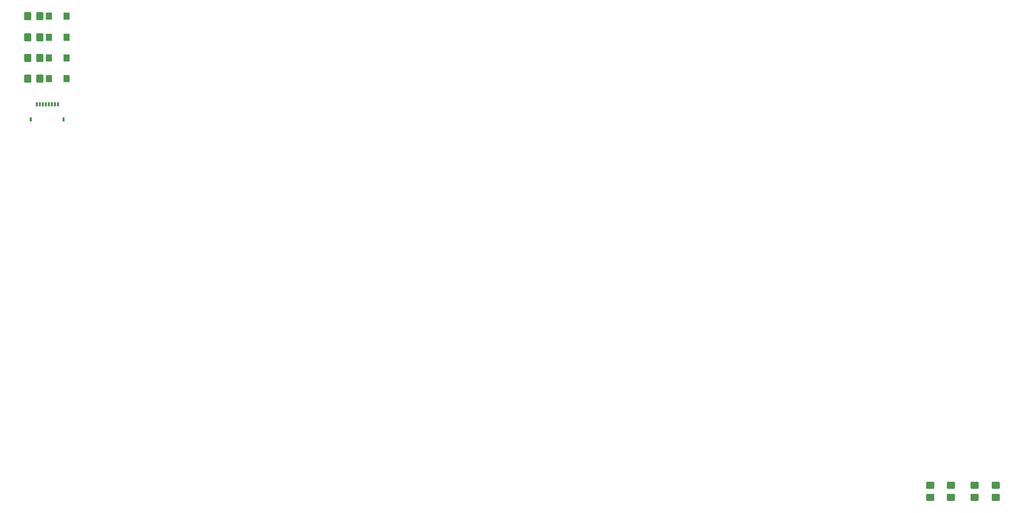
<source format=gbr>
%TF.GenerationSoftware,KiCad,Pcbnew,8.0.5*%
%TF.CreationDate,2024-11-27T23:03:38-05:00*%
%TF.ProjectId,HacKeys,4861634b-6579-4732-9e6b-696361645f70,rev?*%
%TF.SameCoordinates,Original*%
%TF.FileFunction,Paste,Bot*%
%TF.FilePolarity,Positive*%
%FSLAX46Y46*%
G04 Gerber Fmt 4.6, Leading zero omitted, Abs format (unit mm)*
G04 Created by KiCad (PCBNEW 8.0.5) date 2024-11-27 23:03:38*
%MOMM*%
%LPD*%
G01*
G04 APERTURE LIST*
G04 Aperture macros list*
%AMRoundRect*
0 Rectangle with rounded corners*
0 $1 Rounding radius*
0 $2 $3 $4 $5 $6 $7 $8 $9 X,Y pos of 4 corners*
0 Add a 4 corners polygon primitive as box body*
4,1,4,$2,$3,$4,$5,$6,$7,$8,$9,$2,$3,0*
0 Add four circle primitives for the rounded corners*
1,1,$1+$1,$2,$3*
1,1,$1+$1,$4,$5*
1,1,$1+$1,$6,$7*
1,1,$1+$1,$8,$9*
0 Add four rect primitives between the rounded corners*
20,1,$1+$1,$2,$3,$4,$5,0*
20,1,$1+$1,$4,$5,$6,$7,0*
20,1,$1+$1,$6,$7,$8,$9,0*
20,1,$1+$1,$8,$9,$2,$3,0*%
G04 Aperture macros list end*
%ADD10R,0.400000X0.800000*%
%ADD11R,0.300000X0.800000*%
%ADD12RoundRect,0.250000X-0.350000X-0.450000X0.350000X-0.450000X0.350000X0.450000X-0.350000X0.450000X0*%
%ADD13R,1.000000X1.200000*%
%ADD14RoundRect,0.250000X-0.450000X0.350000X-0.450000X-0.350000X0.450000X-0.350000X0.450000X0.350000X0*%
%ADD15RoundRect,0.250000X0.450000X-0.350000X0.450000X0.350000X-0.450000X0.350000X-0.450000X-0.350000X0*%
G04 APERTURE END LIST*
D10*
%TO.C,J12*%
X38262500Y-62362500D03*
X43762500Y-62362500D03*
D11*
X39262500Y-59862500D03*
X39762500Y-59862500D03*
X40262500Y-59862500D03*
X40762500Y-59862500D03*
X41262500Y-59862500D03*
X41762500Y-59862500D03*
X42262500Y-59862500D03*
X42762500Y-59862500D03*
%TD*%
D12*
%TO.C,R8*%
X37762500Y-55550000D03*
X39762500Y-55550000D03*
%TD*%
%TO.C,R7*%
X37762500Y-52050000D03*
X39762500Y-52050000D03*
%TD*%
%TO.C,R6*%
X37762500Y-48550000D03*
X39762500Y-48550000D03*
%TD*%
%TO.C,R5*%
X39762500Y-45050000D03*
X37762500Y-45050000D03*
%TD*%
D13*
%TO.C,D8*%
X44262500Y-55550000D03*
X41262500Y-55550000D03*
%TD*%
%TO.C,D7*%
X44262500Y-52050000D03*
X41262500Y-52050000D03*
%TD*%
%TO.C,D6*%
X44262500Y-48550000D03*
X41262500Y-48550000D03*
%TD*%
%TO.C,D5*%
X44262500Y-45050000D03*
X41262500Y-45050000D03*
%TD*%
D14*
%TO.C,R4*%
X200262500Y-123850000D03*
X200262500Y-125850000D03*
%TD*%
D15*
%TO.C,R1*%
X189262500Y-125850000D03*
X189262500Y-123850000D03*
%TD*%
%TO.C,R3*%
X196762500Y-125850000D03*
X196762500Y-123850000D03*
%TD*%
%TO.C,R2*%
X192762500Y-125850000D03*
X192762500Y-123850000D03*
%TD*%
M02*

</source>
